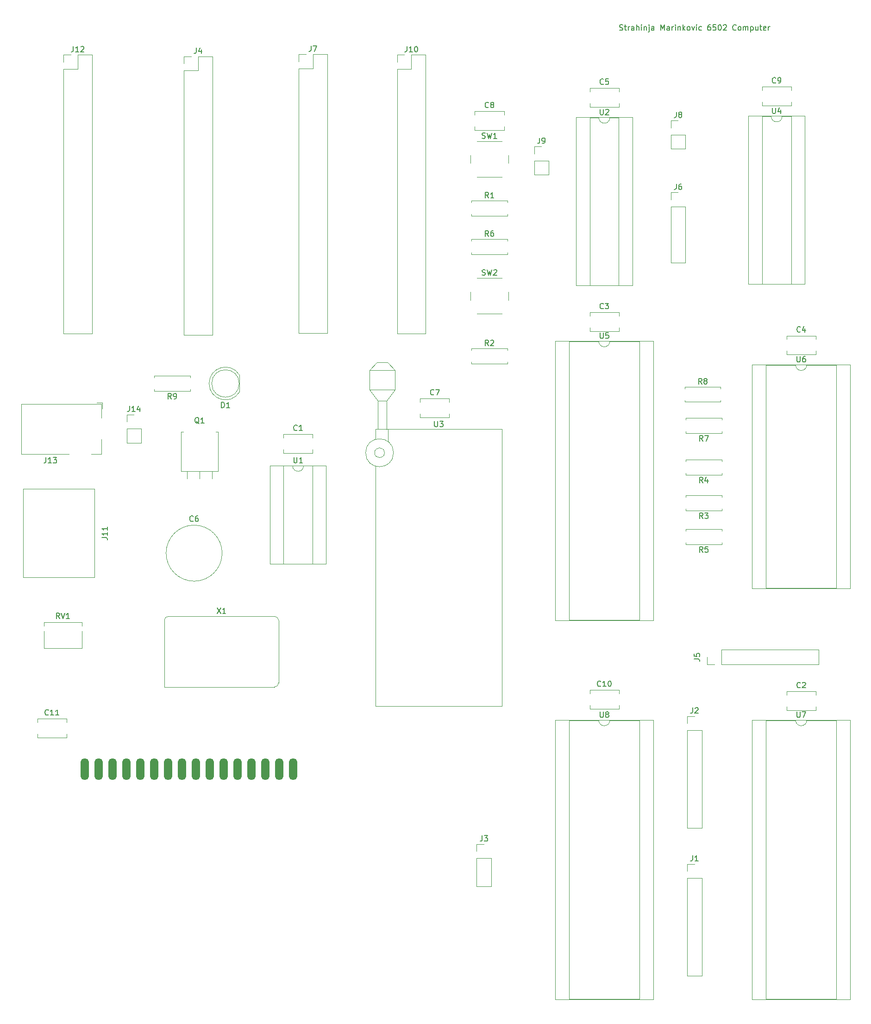
<source format=gbr>
%TF.GenerationSoftware,KiCad,Pcbnew,(6.0.7)*%
%TF.CreationDate,2022-08-24T10:03:48-05:00*%
%TF.ProjectId,6502,36353032-2e6b-4696-9361-645f70636258,rev?*%
%TF.SameCoordinates,Original*%
%TF.FileFunction,Legend,Top*%
%TF.FilePolarity,Positive*%
%FSLAX46Y46*%
G04 Gerber Fmt 4.6, Leading zero omitted, Abs format (unit mm)*
G04 Created by KiCad (PCBNEW (6.0.7)) date 2022-08-24 10:03:48*
%MOMM*%
%LPD*%
G01*
G04 APERTURE LIST*
%ADD10C,0.150000*%
%ADD11C,0.120000*%
%ADD12C,0.100000*%
%ADD13O,1.501140X4.000500*%
G04 APERTURE END LIST*
D10*
X238809523Y-74404761D02*
X238952380Y-74452380D01*
X239190476Y-74452380D01*
X239285714Y-74404761D01*
X239333333Y-74357142D01*
X239380952Y-74261904D01*
X239380952Y-74166666D01*
X239333333Y-74071428D01*
X239285714Y-74023809D01*
X239190476Y-73976190D01*
X239000000Y-73928571D01*
X238904761Y-73880952D01*
X238857142Y-73833333D01*
X238809523Y-73738095D01*
X238809523Y-73642857D01*
X238857142Y-73547619D01*
X238904761Y-73500000D01*
X239000000Y-73452380D01*
X239238095Y-73452380D01*
X239380952Y-73500000D01*
X239666666Y-73785714D02*
X240047619Y-73785714D01*
X239809523Y-73452380D02*
X239809523Y-74309523D01*
X239857142Y-74404761D01*
X239952380Y-74452380D01*
X240047619Y-74452380D01*
X240380952Y-74452380D02*
X240380952Y-73785714D01*
X240380952Y-73976190D02*
X240428571Y-73880952D01*
X240476190Y-73833333D01*
X240571428Y-73785714D01*
X240666666Y-73785714D01*
X241428571Y-74452380D02*
X241428571Y-73928571D01*
X241380952Y-73833333D01*
X241285714Y-73785714D01*
X241095238Y-73785714D01*
X241000000Y-73833333D01*
X241428571Y-74404761D02*
X241333333Y-74452380D01*
X241095238Y-74452380D01*
X241000000Y-74404761D01*
X240952380Y-74309523D01*
X240952380Y-74214285D01*
X241000000Y-74119047D01*
X241095238Y-74071428D01*
X241333333Y-74071428D01*
X241428571Y-74023809D01*
X241904761Y-74452380D02*
X241904761Y-73452380D01*
X242333333Y-74452380D02*
X242333333Y-73928571D01*
X242285714Y-73833333D01*
X242190476Y-73785714D01*
X242047619Y-73785714D01*
X241952380Y-73833333D01*
X241904761Y-73880952D01*
X242809523Y-74452380D02*
X242809523Y-73785714D01*
X242809523Y-73452380D02*
X242761904Y-73500000D01*
X242809523Y-73547619D01*
X242857142Y-73500000D01*
X242809523Y-73452380D01*
X242809523Y-73547619D01*
X243285714Y-73785714D02*
X243285714Y-74452380D01*
X243285714Y-73880952D02*
X243333333Y-73833333D01*
X243428571Y-73785714D01*
X243571428Y-73785714D01*
X243666666Y-73833333D01*
X243714285Y-73928571D01*
X243714285Y-74452380D01*
X244190476Y-73785714D02*
X244190476Y-74642857D01*
X244142857Y-74738095D01*
X244047619Y-74785714D01*
X244000000Y-74785714D01*
X244190476Y-73452380D02*
X244142857Y-73500000D01*
X244190476Y-73547619D01*
X244238095Y-73500000D01*
X244190476Y-73452380D01*
X244190476Y-73547619D01*
X245095238Y-74452380D02*
X245095238Y-73928571D01*
X245047619Y-73833333D01*
X244952380Y-73785714D01*
X244761904Y-73785714D01*
X244666666Y-73833333D01*
X245095238Y-74404761D02*
X245000000Y-74452380D01*
X244761904Y-74452380D01*
X244666666Y-74404761D01*
X244619047Y-74309523D01*
X244619047Y-74214285D01*
X244666666Y-74119047D01*
X244761904Y-74071428D01*
X245000000Y-74071428D01*
X245095238Y-74023809D01*
X246333333Y-74452380D02*
X246333333Y-73452380D01*
X246666666Y-74166666D01*
X247000000Y-73452380D01*
X247000000Y-74452380D01*
X247904761Y-74452380D02*
X247904761Y-73928571D01*
X247857142Y-73833333D01*
X247761904Y-73785714D01*
X247571428Y-73785714D01*
X247476190Y-73833333D01*
X247904761Y-74404761D02*
X247809523Y-74452380D01*
X247571428Y-74452380D01*
X247476190Y-74404761D01*
X247428571Y-74309523D01*
X247428571Y-74214285D01*
X247476190Y-74119047D01*
X247571428Y-74071428D01*
X247809523Y-74071428D01*
X247904761Y-74023809D01*
X248380952Y-74452380D02*
X248380952Y-73785714D01*
X248380952Y-73976190D02*
X248428571Y-73880952D01*
X248476190Y-73833333D01*
X248571428Y-73785714D01*
X248666666Y-73785714D01*
X249000000Y-74452380D02*
X249000000Y-73785714D01*
X249000000Y-73452380D02*
X248952380Y-73500000D01*
X249000000Y-73547619D01*
X249047619Y-73500000D01*
X249000000Y-73452380D01*
X249000000Y-73547619D01*
X249476190Y-73785714D02*
X249476190Y-74452380D01*
X249476190Y-73880952D02*
X249523809Y-73833333D01*
X249619047Y-73785714D01*
X249761904Y-73785714D01*
X249857142Y-73833333D01*
X249904761Y-73928571D01*
X249904761Y-74452380D01*
X250380952Y-74452380D02*
X250380952Y-73452380D01*
X250476190Y-74071428D02*
X250761904Y-74452380D01*
X250761904Y-73785714D02*
X250380952Y-74166666D01*
X251333333Y-74452380D02*
X251238095Y-74404761D01*
X251190476Y-74357142D01*
X251142857Y-74261904D01*
X251142857Y-73976190D01*
X251190476Y-73880952D01*
X251238095Y-73833333D01*
X251333333Y-73785714D01*
X251476190Y-73785714D01*
X251571428Y-73833333D01*
X251619047Y-73880952D01*
X251666666Y-73976190D01*
X251666666Y-74261904D01*
X251619047Y-74357142D01*
X251571428Y-74404761D01*
X251476190Y-74452380D01*
X251333333Y-74452380D01*
X252000000Y-73785714D02*
X252238095Y-74452380D01*
X252476190Y-73785714D01*
X252857142Y-74452380D02*
X252857142Y-73785714D01*
X252857142Y-73452380D02*
X252809523Y-73500000D01*
X252857142Y-73547619D01*
X252904761Y-73500000D01*
X252857142Y-73452380D01*
X252857142Y-73547619D01*
X253761904Y-74404761D02*
X253666666Y-74452380D01*
X253476190Y-74452380D01*
X253380952Y-74404761D01*
X253333333Y-74357142D01*
X253285714Y-74261904D01*
X253285714Y-73976190D01*
X253333333Y-73880952D01*
X253380952Y-73833333D01*
X253476190Y-73785714D01*
X253666666Y-73785714D01*
X253761904Y-73833333D01*
X255380952Y-73452380D02*
X255190476Y-73452380D01*
X255095238Y-73500000D01*
X255047619Y-73547619D01*
X254952380Y-73690476D01*
X254904761Y-73880952D01*
X254904761Y-74261904D01*
X254952380Y-74357142D01*
X255000000Y-74404761D01*
X255095238Y-74452380D01*
X255285714Y-74452380D01*
X255380952Y-74404761D01*
X255428571Y-74357142D01*
X255476190Y-74261904D01*
X255476190Y-74023809D01*
X255428571Y-73928571D01*
X255380952Y-73880952D01*
X255285714Y-73833333D01*
X255095238Y-73833333D01*
X255000000Y-73880952D01*
X254952380Y-73928571D01*
X254904761Y-74023809D01*
X256380952Y-73452380D02*
X255904761Y-73452380D01*
X255857142Y-73928571D01*
X255904761Y-73880952D01*
X256000000Y-73833333D01*
X256238095Y-73833333D01*
X256333333Y-73880952D01*
X256380952Y-73928571D01*
X256428571Y-74023809D01*
X256428571Y-74261904D01*
X256380952Y-74357142D01*
X256333333Y-74404761D01*
X256238095Y-74452380D01*
X256000000Y-74452380D01*
X255904761Y-74404761D01*
X255857142Y-74357142D01*
X257047619Y-73452380D02*
X257142857Y-73452380D01*
X257238095Y-73500000D01*
X257285714Y-73547619D01*
X257333333Y-73642857D01*
X257380952Y-73833333D01*
X257380952Y-74071428D01*
X257333333Y-74261904D01*
X257285714Y-74357142D01*
X257238095Y-74404761D01*
X257142857Y-74452380D01*
X257047619Y-74452380D01*
X256952380Y-74404761D01*
X256904761Y-74357142D01*
X256857142Y-74261904D01*
X256809523Y-74071428D01*
X256809523Y-73833333D01*
X256857142Y-73642857D01*
X256904761Y-73547619D01*
X256952380Y-73500000D01*
X257047619Y-73452380D01*
X257761904Y-73547619D02*
X257809523Y-73500000D01*
X257904761Y-73452380D01*
X258142857Y-73452380D01*
X258238095Y-73500000D01*
X258285714Y-73547619D01*
X258333333Y-73642857D01*
X258333333Y-73738095D01*
X258285714Y-73880952D01*
X257714285Y-74452380D01*
X258333333Y-74452380D01*
X260095238Y-74357142D02*
X260047619Y-74404761D01*
X259904761Y-74452380D01*
X259809523Y-74452380D01*
X259666666Y-74404761D01*
X259571428Y-74309523D01*
X259523809Y-74214285D01*
X259476190Y-74023809D01*
X259476190Y-73880952D01*
X259523809Y-73690476D01*
X259571428Y-73595238D01*
X259666666Y-73500000D01*
X259809523Y-73452380D01*
X259904761Y-73452380D01*
X260047619Y-73500000D01*
X260095238Y-73547619D01*
X260666666Y-74452380D02*
X260571428Y-74404761D01*
X260523809Y-74357142D01*
X260476190Y-74261904D01*
X260476190Y-73976190D01*
X260523809Y-73880952D01*
X260571428Y-73833333D01*
X260666666Y-73785714D01*
X260809523Y-73785714D01*
X260904761Y-73833333D01*
X260952380Y-73880952D01*
X261000000Y-73976190D01*
X261000000Y-74261904D01*
X260952380Y-74357142D01*
X260904761Y-74404761D01*
X260809523Y-74452380D01*
X260666666Y-74452380D01*
X261428571Y-74452380D02*
X261428571Y-73785714D01*
X261428571Y-73880952D02*
X261476190Y-73833333D01*
X261571428Y-73785714D01*
X261714285Y-73785714D01*
X261809523Y-73833333D01*
X261857142Y-73928571D01*
X261857142Y-74452380D01*
X261857142Y-73928571D02*
X261904761Y-73833333D01*
X262000000Y-73785714D01*
X262142857Y-73785714D01*
X262238095Y-73833333D01*
X262285714Y-73928571D01*
X262285714Y-74452380D01*
X262761904Y-73785714D02*
X262761904Y-74785714D01*
X262761904Y-73833333D02*
X262857142Y-73785714D01*
X263047619Y-73785714D01*
X263142857Y-73833333D01*
X263190476Y-73880952D01*
X263238095Y-73976190D01*
X263238095Y-74261904D01*
X263190476Y-74357142D01*
X263142857Y-74404761D01*
X263047619Y-74452380D01*
X262857142Y-74452380D01*
X262761904Y-74404761D01*
X264095238Y-73785714D02*
X264095238Y-74452380D01*
X263666666Y-73785714D02*
X263666666Y-74309523D01*
X263714285Y-74404761D01*
X263809523Y-74452380D01*
X263952380Y-74452380D01*
X264047619Y-74404761D01*
X264095238Y-74357142D01*
X264428571Y-73785714D02*
X264809523Y-73785714D01*
X264571428Y-73452380D02*
X264571428Y-74309523D01*
X264619047Y-74404761D01*
X264714285Y-74452380D01*
X264809523Y-74452380D01*
X265523809Y-74404761D02*
X265428571Y-74452380D01*
X265238095Y-74452380D01*
X265142857Y-74404761D01*
X265095238Y-74309523D01*
X265095238Y-73928571D01*
X265142857Y-73833333D01*
X265238095Y-73785714D01*
X265428571Y-73785714D01*
X265523809Y-73833333D01*
X265571428Y-73928571D01*
X265571428Y-74023809D01*
X265095238Y-74119047D01*
X265999999Y-74452380D02*
X265999999Y-73785714D01*
X265999999Y-73976190D02*
X266047619Y-73880952D01*
X266095238Y-73833333D01*
X266190476Y-73785714D01*
X266285714Y-73785714D01*
%TO.C,J3*%
X213666666Y-221622380D02*
X213666666Y-222336666D01*
X213619047Y-222479523D01*
X213523809Y-222574761D01*
X213380952Y-222622380D01*
X213285714Y-222622380D01*
X214047619Y-221622380D02*
X214666666Y-221622380D01*
X214333333Y-222003333D01*
X214476190Y-222003333D01*
X214571428Y-222050952D01*
X214619047Y-222098571D01*
X214666666Y-222193809D01*
X214666666Y-222431904D01*
X214619047Y-222527142D01*
X214571428Y-222574761D01*
X214476190Y-222622380D01*
X214190476Y-222622380D01*
X214095238Y-222574761D01*
X214047619Y-222527142D01*
%TO.C,C6*%
X160833333Y-164107142D02*
X160785714Y-164154761D01*
X160642857Y-164202380D01*
X160547619Y-164202380D01*
X160404761Y-164154761D01*
X160309523Y-164059523D01*
X160261904Y-163964285D01*
X160214285Y-163773809D01*
X160214285Y-163630952D01*
X160261904Y-163440476D01*
X160309523Y-163345238D01*
X160404761Y-163250000D01*
X160547619Y-163202380D01*
X160642857Y-163202380D01*
X160785714Y-163250000D01*
X160833333Y-163297619D01*
X161690476Y-163202380D02*
X161500000Y-163202380D01*
X161404761Y-163250000D01*
X161357142Y-163297619D01*
X161261904Y-163440476D01*
X161214285Y-163630952D01*
X161214285Y-164011904D01*
X161261904Y-164107142D01*
X161309523Y-164154761D01*
X161404761Y-164202380D01*
X161595238Y-164202380D01*
X161690476Y-164154761D01*
X161738095Y-164107142D01*
X161785714Y-164011904D01*
X161785714Y-163773809D01*
X161738095Y-163678571D01*
X161690476Y-163630952D01*
X161595238Y-163583333D01*
X161404761Y-163583333D01*
X161309523Y-163630952D01*
X161261904Y-163678571D01*
X161214285Y-163773809D01*
%TO.C,U5*%
X235233095Y-129747380D02*
X235233095Y-130556904D01*
X235280714Y-130652142D01*
X235328333Y-130699761D01*
X235423571Y-130747380D01*
X235614047Y-130747380D01*
X235709285Y-130699761D01*
X235756904Y-130652142D01*
X235804523Y-130556904D01*
X235804523Y-129747380D01*
X236756904Y-129747380D02*
X236280714Y-129747380D01*
X236233095Y-130223571D01*
X236280714Y-130175952D01*
X236375952Y-130128333D01*
X236614047Y-130128333D01*
X236709285Y-130175952D01*
X236756904Y-130223571D01*
X236804523Y-130318809D01*
X236804523Y-130556904D01*
X236756904Y-130652142D01*
X236709285Y-130699761D01*
X236614047Y-130747380D01*
X236375952Y-130747380D01*
X236280714Y-130699761D01*
X236233095Y-130652142D01*
%TO.C,C5*%
X235833333Y-84257142D02*
X235785714Y-84304761D01*
X235642857Y-84352380D01*
X235547619Y-84352380D01*
X235404761Y-84304761D01*
X235309523Y-84209523D01*
X235261904Y-84114285D01*
X235214285Y-83923809D01*
X235214285Y-83780952D01*
X235261904Y-83590476D01*
X235309523Y-83495238D01*
X235404761Y-83400000D01*
X235547619Y-83352380D01*
X235642857Y-83352380D01*
X235785714Y-83400000D01*
X235833333Y-83447619D01*
X236738095Y-83352380D02*
X236261904Y-83352380D01*
X236214285Y-83828571D01*
X236261904Y-83780952D01*
X236357142Y-83733333D01*
X236595238Y-83733333D01*
X236690476Y-83780952D01*
X236738095Y-83828571D01*
X236785714Y-83923809D01*
X236785714Y-84161904D01*
X236738095Y-84257142D01*
X236690476Y-84304761D01*
X236595238Y-84352380D01*
X236357142Y-84352380D01*
X236261904Y-84304761D01*
X236214285Y-84257142D01*
%TO.C,U2*%
X235248095Y-88897380D02*
X235248095Y-89706904D01*
X235295714Y-89802142D01*
X235343333Y-89849761D01*
X235438571Y-89897380D01*
X235629047Y-89897380D01*
X235724285Y-89849761D01*
X235771904Y-89802142D01*
X235819523Y-89706904D01*
X235819523Y-88897380D01*
X236248095Y-88992619D02*
X236295714Y-88945000D01*
X236390952Y-88897380D01*
X236629047Y-88897380D01*
X236724285Y-88945000D01*
X236771904Y-88992619D01*
X236819523Y-89087857D01*
X236819523Y-89183095D01*
X236771904Y-89325952D01*
X236200476Y-89897380D01*
X236819523Y-89897380D01*
%TO.C,R7*%
X254023333Y-149502380D02*
X253690000Y-149026190D01*
X253451904Y-149502380D02*
X253451904Y-148502380D01*
X253832857Y-148502380D01*
X253928095Y-148550000D01*
X253975714Y-148597619D01*
X254023333Y-148692857D01*
X254023333Y-148835714D01*
X253975714Y-148930952D01*
X253928095Y-148978571D01*
X253832857Y-149026190D01*
X253451904Y-149026190D01*
X254356666Y-148502380D02*
X255023333Y-148502380D01*
X254594761Y-149502380D01*
%TO.C,R8*%
X253833333Y-139082380D02*
X253500000Y-138606190D01*
X253261904Y-139082380D02*
X253261904Y-138082380D01*
X253642857Y-138082380D01*
X253738095Y-138130000D01*
X253785714Y-138177619D01*
X253833333Y-138272857D01*
X253833333Y-138415714D01*
X253785714Y-138510952D01*
X253738095Y-138558571D01*
X253642857Y-138606190D01*
X253261904Y-138606190D01*
X254404761Y-138510952D02*
X254309523Y-138463333D01*
X254261904Y-138415714D01*
X254214285Y-138320476D01*
X254214285Y-138272857D01*
X254261904Y-138177619D01*
X254309523Y-138130000D01*
X254404761Y-138082380D01*
X254595238Y-138082380D01*
X254690476Y-138130000D01*
X254738095Y-138177619D01*
X254785714Y-138272857D01*
X254785714Y-138320476D01*
X254738095Y-138415714D01*
X254690476Y-138463333D01*
X254595238Y-138510952D01*
X254404761Y-138510952D01*
X254309523Y-138558571D01*
X254261904Y-138606190D01*
X254214285Y-138701428D01*
X254214285Y-138891904D01*
X254261904Y-138987142D01*
X254309523Y-139034761D01*
X254404761Y-139082380D01*
X254595238Y-139082380D01*
X254690476Y-139034761D01*
X254738095Y-138987142D01*
X254785714Y-138891904D01*
X254785714Y-138701428D01*
X254738095Y-138606190D01*
X254690476Y-138558571D01*
X254595238Y-138510952D01*
%TO.C,R2*%
X214833333Y-132082380D02*
X214500000Y-131606190D01*
X214261904Y-132082380D02*
X214261904Y-131082380D01*
X214642857Y-131082380D01*
X214738095Y-131130000D01*
X214785714Y-131177619D01*
X214833333Y-131272857D01*
X214833333Y-131415714D01*
X214785714Y-131510952D01*
X214738095Y-131558571D01*
X214642857Y-131606190D01*
X214261904Y-131606190D01*
X215214285Y-131177619D02*
X215261904Y-131130000D01*
X215357142Y-131082380D01*
X215595238Y-131082380D01*
X215690476Y-131130000D01*
X215738095Y-131177619D01*
X215785714Y-131272857D01*
X215785714Y-131368095D01*
X215738095Y-131510952D01*
X215166666Y-132082380D01*
X215785714Y-132082380D01*
%TO.C,J11*%
X144162380Y-167179523D02*
X144876666Y-167179523D01*
X145019523Y-167227142D01*
X145114761Y-167322380D01*
X145162380Y-167465238D01*
X145162380Y-167560476D01*
X145162380Y-166179523D02*
X145162380Y-166750952D01*
X145162380Y-166465238D02*
X144162380Y-166465238D01*
X144305238Y-166560476D01*
X144400476Y-166655714D01*
X144448095Y-166750952D01*
X145162380Y-165227142D02*
X145162380Y-165798571D01*
X145162380Y-165512857D02*
X144162380Y-165512857D01*
X144305238Y-165608095D01*
X144400476Y-165703333D01*
X144448095Y-165798571D01*
%TO.C,C10*%
X235357142Y-194257142D02*
X235309523Y-194304761D01*
X235166666Y-194352380D01*
X235071428Y-194352380D01*
X234928571Y-194304761D01*
X234833333Y-194209523D01*
X234785714Y-194114285D01*
X234738095Y-193923809D01*
X234738095Y-193780952D01*
X234785714Y-193590476D01*
X234833333Y-193495238D01*
X234928571Y-193400000D01*
X235071428Y-193352380D01*
X235166666Y-193352380D01*
X235309523Y-193400000D01*
X235357142Y-193447619D01*
X236309523Y-194352380D02*
X235738095Y-194352380D01*
X236023809Y-194352380D02*
X236023809Y-193352380D01*
X235928571Y-193495238D01*
X235833333Y-193590476D01*
X235738095Y-193638095D01*
X236928571Y-193352380D02*
X237023809Y-193352380D01*
X237119047Y-193400000D01*
X237166666Y-193447619D01*
X237214285Y-193542857D01*
X237261904Y-193733333D01*
X237261904Y-193971428D01*
X237214285Y-194161904D01*
X237166666Y-194257142D01*
X237119047Y-194304761D01*
X237023809Y-194352380D01*
X236928571Y-194352380D01*
X236833333Y-194304761D01*
X236785714Y-194257142D01*
X236738095Y-194161904D01*
X236690476Y-193971428D01*
X236690476Y-193733333D01*
X236738095Y-193542857D01*
X236785714Y-193447619D01*
X236833333Y-193400000D01*
X236928571Y-193352380D01*
%TO.C,X1*%
X165190476Y-180002380D02*
X165857142Y-181002380D01*
X165857142Y-180002380D02*
X165190476Y-181002380D01*
X166761904Y-181002380D02*
X166190476Y-181002380D01*
X166476190Y-181002380D02*
X166476190Y-180002380D01*
X166380952Y-180145238D01*
X166285714Y-180240476D01*
X166190476Y-180288095D01*
%TO.C,J12*%
X138920476Y-77402380D02*
X138920476Y-78116666D01*
X138872857Y-78259523D01*
X138777619Y-78354761D01*
X138634761Y-78402380D01*
X138539523Y-78402380D01*
X139920476Y-78402380D02*
X139349047Y-78402380D01*
X139634761Y-78402380D02*
X139634761Y-77402380D01*
X139539523Y-77545238D01*
X139444285Y-77640476D01*
X139349047Y-77688095D01*
X140301428Y-77497619D02*
X140349047Y-77450000D01*
X140444285Y-77402380D01*
X140682380Y-77402380D01*
X140777619Y-77450000D01*
X140825238Y-77497619D01*
X140872857Y-77592857D01*
X140872857Y-77688095D01*
X140825238Y-77830952D01*
X140253809Y-78402380D01*
X140872857Y-78402380D01*
%TO.C,J10*%
X199920476Y-77402380D02*
X199920476Y-78116666D01*
X199872857Y-78259523D01*
X199777619Y-78354761D01*
X199634761Y-78402380D01*
X199539523Y-78402380D01*
X200920476Y-78402380D02*
X200349047Y-78402380D01*
X200634761Y-78402380D02*
X200634761Y-77402380D01*
X200539523Y-77545238D01*
X200444285Y-77640476D01*
X200349047Y-77688095D01*
X201539523Y-77402380D02*
X201634761Y-77402380D01*
X201730000Y-77450000D01*
X201777619Y-77497619D01*
X201825238Y-77592857D01*
X201872857Y-77783333D01*
X201872857Y-78021428D01*
X201825238Y-78211904D01*
X201777619Y-78307142D01*
X201730000Y-78354761D01*
X201634761Y-78402380D01*
X201539523Y-78402380D01*
X201444285Y-78354761D01*
X201396666Y-78307142D01*
X201349047Y-78211904D01*
X201301428Y-78021428D01*
X201301428Y-77783333D01*
X201349047Y-77592857D01*
X201396666Y-77497619D01*
X201444285Y-77450000D01*
X201539523Y-77402380D01*
%TO.C,C8*%
X214833333Y-88507142D02*
X214785714Y-88554761D01*
X214642857Y-88602380D01*
X214547619Y-88602380D01*
X214404761Y-88554761D01*
X214309523Y-88459523D01*
X214261904Y-88364285D01*
X214214285Y-88173809D01*
X214214285Y-88030952D01*
X214261904Y-87840476D01*
X214309523Y-87745238D01*
X214404761Y-87650000D01*
X214547619Y-87602380D01*
X214642857Y-87602380D01*
X214785714Y-87650000D01*
X214833333Y-87697619D01*
X215404761Y-88030952D02*
X215309523Y-87983333D01*
X215261904Y-87935714D01*
X215214285Y-87840476D01*
X215214285Y-87792857D01*
X215261904Y-87697619D01*
X215309523Y-87650000D01*
X215404761Y-87602380D01*
X215595238Y-87602380D01*
X215690476Y-87650000D01*
X215738095Y-87697619D01*
X215785714Y-87792857D01*
X215785714Y-87840476D01*
X215738095Y-87935714D01*
X215690476Y-87983333D01*
X215595238Y-88030952D01*
X215404761Y-88030952D01*
X215309523Y-88078571D01*
X215261904Y-88126190D01*
X215214285Y-88221428D01*
X215214285Y-88411904D01*
X215261904Y-88507142D01*
X215309523Y-88554761D01*
X215404761Y-88602380D01*
X215595238Y-88602380D01*
X215690476Y-88554761D01*
X215738095Y-88507142D01*
X215785714Y-88411904D01*
X215785714Y-88221428D01*
X215738095Y-88126190D01*
X215690476Y-88078571D01*
X215595238Y-88030952D01*
%TO.C,R6*%
X214833333Y-112082380D02*
X214500000Y-111606190D01*
X214261904Y-112082380D02*
X214261904Y-111082380D01*
X214642857Y-111082380D01*
X214738095Y-111130000D01*
X214785714Y-111177619D01*
X214833333Y-111272857D01*
X214833333Y-111415714D01*
X214785714Y-111510952D01*
X214738095Y-111558571D01*
X214642857Y-111606190D01*
X214261904Y-111606190D01*
X215690476Y-111082380D02*
X215500000Y-111082380D01*
X215404761Y-111130000D01*
X215357142Y-111177619D01*
X215261904Y-111320476D01*
X215214285Y-111510952D01*
X215214285Y-111891904D01*
X215261904Y-111987142D01*
X215309523Y-112034761D01*
X215404761Y-112082380D01*
X215595238Y-112082380D01*
X215690476Y-112034761D01*
X215738095Y-111987142D01*
X215785714Y-111891904D01*
X215785714Y-111653809D01*
X215738095Y-111558571D01*
X215690476Y-111510952D01*
X215595238Y-111463333D01*
X215404761Y-111463333D01*
X215309523Y-111510952D01*
X215261904Y-111558571D01*
X215214285Y-111653809D01*
%TO.C,J14*%
X149190476Y-143122380D02*
X149190476Y-143836666D01*
X149142857Y-143979523D01*
X149047619Y-144074761D01*
X148904761Y-144122380D01*
X148809523Y-144122380D01*
X150190476Y-144122380D02*
X149619047Y-144122380D01*
X149904761Y-144122380D02*
X149904761Y-143122380D01*
X149809523Y-143265238D01*
X149714285Y-143360476D01*
X149619047Y-143408095D01*
X151047619Y-143455714D02*
X151047619Y-144122380D01*
X150809523Y-143074761D02*
X150571428Y-143789047D01*
X151190476Y-143789047D01*
%TO.C,U4*%
X266748095Y-88647380D02*
X266748095Y-89456904D01*
X266795714Y-89552142D01*
X266843333Y-89599761D01*
X266938571Y-89647380D01*
X267129047Y-89647380D01*
X267224285Y-89599761D01*
X267271904Y-89552142D01*
X267319523Y-89456904D01*
X267319523Y-88647380D01*
X268224285Y-88980714D02*
X268224285Y-89647380D01*
X267986190Y-88599761D02*
X267748095Y-89314047D01*
X268367142Y-89314047D01*
%TO.C,C9*%
X267333333Y-84007142D02*
X267285714Y-84054761D01*
X267142857Y-84102380D01*
X267047619Y-84102380D01*
X266904761Y-84054761D01*
X266809523Y-83959523D01*
X266761904Y-83864285D01*
X266714285Y-83673809D01*
X266714285Y-83530952D01*
X266761904Y-83340476D01*
X266809523Y-83245238D01*
X266904761Y-83150000D01*
X267047619Y-83102380D01*
X267142857Y-83102380D01*
X267285714Y-83150000D01*
X267333333Y-83197619D01*
X267809523Y-84102380D02*
X268000000Y-84102380D01*
X268095238Y-84054761D01*
X268142857Y-84007142D01*
X268238095Y-83864285D01*
X268285714Y-83673809D01*
X268285714Y-83292857D01*
X268238095Y-83197619D01*
X268190476Y-83150000D01*
X268095238Y-83102380D01*
X267904761Y-83102380D01*
X267809523Y-83150000D01*
X267761904Y-83197619D01*
X267714285Y-83292857D01*
X267714285Y-83530952D01*
X267761904Y-83626190D01*
X267809523Y-83673809D01*
X267904761Y-83721428D01*
X268095238Y-83721428D01*
X268190476Y-83673809D01*
X268238095Y-83626190D01*
X268285714Y-83530952D01*
%TO.C,J8*%
X249166666Y-89397380D02*
X249166666Y-90111666D01*
X249119047Y-90254523D01*
X249023809Y-90349761D01*
X248880952Y-90397380D01*
X248785714Y-90397380D01*
X249785714Y-89825952D02*
X249690476Y-89778333D01*
X249642857Y-89730714D01*
X249595238Y-89635476D01*
X249595238Y-89587857D01*
X249642857Y-89492619D01*
X249690476Y-89445000D01*
X249785714Y-89397380D01*
X249976190Y-89397380D01*
X250071428Y-89445000D01*
X250119047Y-89492619D01*
X250166666Y-89587857D01*
X250166666Y-89635476D01*
X250119047Y-89730714D01*
X250071428Y-89778333D01*
X249976190Y-89825952D01*
X249785714Y-89825952D01*
X249690476Y-89873571D01*
X249642857Y-89921190D01*
X249595238Y-90016428D01*
X249595238Y-90206904D01*
X249642857Y-90302142D01*
X249690476Y-90349761D01*
X249785714Y-90397380D01*
X249976190Y-90397380D01*
X250071428Y-90349761D01*
X250119047Y-90302142D01*
X250166666Y-90206904D01*
X250166666Y-90016428D01*
X250119047Y-89921190D01*
X250071428Y-89873571D01*
X249976190Y-89825952D01*
%TO.C,U1*%
X179248095Y-152497380D02*
X179248095Y-153306904D01*
X179295714Y-153402142D01*
X179343333Y-153449761D01*
X179438571Y-153497380D01*
X179629047Y-153497380D01*
X179724285Y-153449761D01*
X179771904Y-153402142D01*
X179819523Y-153306904D01*
X179819523Y-152497380D01*
X180819523Y-153497380D02*
X180248095Y-153497380D01*
X180533809Y-153497380D02*
X180533809Y-152497380D01*
X180438571Y-152640238D01*
X180343333Y-152735476D01*
X180248095Y-152783095D01*
%TO.C,C7*%
X204833333Y-141007142D02*
X204785714Y-141054761D01*
X204642857Y-141102380D01*
X204547619Y-141102380D01*
X204404761Y-141054761D01*
X204309523Y-140959523D01*
X204261904Y-140864285D01*
X204214285Y-140673809D01*
X204214285Y-140530952D01*
X204261904Y-140340476D01*
X204309523Y-140245238D01*
X204404761Y-140150000D01*
X204547619Y-140102380D01*
X204642857Y-140102380D01*
X204785714Y-140150000D01*
X204833333Y-140197619D01*
X205166666Y-140102380D02*
X205833333Y-140102380D01*
X205404761Y-141102380D01*
%TO.C,RV1*%
X136389761Y-181957380D02*
X136056428Y-181481190D01*
X135818333Y-181957380D02*
X135818333Y-180957380D01*
X136199285Y-180957380D01*
X136294523Y-181005000D01*
X136342142Y-181052619D01*
X136389761Y-181147857D01*
X136389761Y-181290714D01*
X136342142Y-181385952D01*
X136294523Y-181433571D01*
X136199285Y-181481190D01*
X135818333Y-181481190D01*
X136675476Y-180957380D02*
X137008809Y-181957380D01*
X137342142Y-180957380D01*
X138199285Y-181957380D02*
X137627857Y-181957380D01*
X137913571Y-181957380D02*
X137913571Y-180957380D01*
X137818333Y-181100238D01*
X137723095Y-181195476D01*
X137627857Y-181243095D01*
%TO.C,R9*%
X156833333Y-141822380D02*
X156500000Y-141346190D01*
X156261904Y-141822380D02*
X156261904Y-140822380D01*
X156642857Y-140822380D01*
X156738095Y-140870000D01*
X156785714Y-140917619D01*
X156833333Y-141012857D01*
X156833333Y-141155714D01*
X156785714Y-141250952D01*
X156738095Y-141298571D01*
X156642857Y-141346190D01*
X156261904Y-141346190D01*
X157309523Y-141822380D02*
X157500000Y-141822380D01*
X157595238Y-141774761D01*
X157642857Y-141727142D01*
X157738095Y-141584285D01*
X157785714Y-141393809D01*
X157785714Y-141012857D01*
X157738095Y-140917619D01*
X157690476Y-140870000D01*
X157595238Y-140822380D01*
X157404761Y-140822380D01*
X157309523Y-140870000D01*
X157261904Y-140917619D01*
X157214285Y-141012857D01*
X157214285Y-141250952D01*
X157261904Y-141346190D01*
X157309523Y-141393809D01*
X157404761Y-141441428D01*
X157595238Y-141441428D01*
X157690476Y-141393809D01*
X157738095Y-141346190D01*
X157785714Y-141250952D01*
%TO.C,J9*%
X224166666Y-94122380D02*
X224166666Y-94836666D01*
X224119047Y-94979523D01*
X224023809Y-95074761D01*
X223880952Y-95122380D01*
X223785714Y-95122380D01*
X224690476Y-95122380D02*
X224880952Y-95122380D01*
X224976190Y-95074761D01*
X225023809Y-95027142D01*
X225119047Y-94884285D01*
X225166666Y-94693809D01*
X225166666Y-94312857D01*
X225119047Y-94217619D01*
X225071428Y-94170000D01*
X224976190Y-94122380D01*
X224785714Y-94122380D01*
X224690476Y-94170000D01*
X224642857Y-94217619D01*
X224595238Y-94312857D01*
X224595238Y-94550952D01*
X224642857Y-94646190D01*
X224690476Y-94693809D01*
X224785714Y-94741428D01*
X224976190Y-94741428D01*
X225071428Y-94693809D01*
X225119047Y-94646190D01*
X225166666Y-94550952D01*
%TO.C,C4*%
X271833333Y-129507142D02*
X271785714Y-129554761D01*
X271642857Y-129602380D01*
X271547619Y-129602380D01*
X271404761Y-129554761D01*
X271309523Y-129459523D01*
X271261904Y-129364285D01*
X271214285Y-129173809D01*
X271214285Y-129030952D01*
X271261904Y-128840476D01*
X271309523Y-128745238D01*
X271404761Y-128650000D01*
X271547619Y-128602380D01*
X271642857Y-128602380D01*
X271785714Y-128650000D01*
X271833333Y-128697619D01*
X272690476Y-128935714D02*
X272690476Y-129602380D01*
X272452380Y-128554761D02*
X272214285Y-129269047D01*
X272833333Y-129269047D01*
%TO.C,J2*%
X252166666Y-198247380D02*
X252166666Y-198961666D01*
X252119047Y-199104523D01*
X252023809Y-199199761D01*
X251880952Y-199247380D01*
X251785714Y-199247380D01*
X252595238Y-198342619D02*
X252642857Y-198295000D01*
X252738095Y-198247380D01*
X252976190Y-198247380D01*
X253071428Y-198295000D01*
X253119047Y-198342619D01*
X253166666Y-198437857D01*
X253166666Y-198533095D01*
X253119047Y-198675952D01*
X252547619Y-199247380D01*
X253166666Y-199247380D01*
%TO.C,J5*%
X252452380Y-189333333D02*
X253166666Y-189333333D01*
X253309523Y-189380952D01*
X253404761Y-189476190D01*
X253452380Y-189619047D01*
X253452380Y-189714285D01*
X252452380Y-188380952D02*
X252452380Y-188857142D01*
X252928571Y-188904761D01*
X252880952Y-188857142D01*
X252833333Y-188761904D01*
X252833333Y-188523809D01*
X252880952Y-188428571D01*
X252928571Y-188380952D01*
X253023809Y-188333333D01*
X253261904Y-188333333D01*
X253357142Y-188380952D01*
X253404761Y-188428571D01*
X253452380Y-188523809D01*
X253452380Y-188761904D01*
X253404761Y-188857142D01*
X253357142Y-188904761D01*
%TO.C,U7*%
X271233095Y-198997380D02*
X271233095Y-199806904D01*
X271280714Y-199902142D01*
X271328333Y-199949761D01*
X271423571Y-199997380D01*
X271614047Y-199997380D01*
X271709285Y-199949761D01*
X271756904Y-199902142D01*
X271804523Y-199806904D01*
X271804523Y-198997380D01*
X272185476Y-198997380D02*
X272852142Y-198997380D01*
X272423571Y-199997380D01*
%TO.C,C2*%
X271833333Y-194507142D02*
X271785714Y-194554761D01*
X271642857Y-194602380D01*
X271547619Y-194602380D01*
X271404761Y-194554761D01*
X271309523Y-194459523D01*
X271261904Y-194364285D01*
X271214285Y-194173809D01*
X271214285Y-194030952D01*
X271261904Y-193840476D01*
X271309523Y-193745238D01*
X271404761Y-193650000D01*
X271547619Y-193602380D01*
X271642857Y-193602380D01*
X271785714Y-193650000D01*
X271833333Y-193697619D01*
X272214285Y-193697619D02*
X272261904Y-193650000D01*
X272357142Y-193602380D01*
X272595238Y-193602380D01*
X272690476Y-193650000D01*
X272738095Y-193697619D01*
X272785714Y-193792857D01*
X272785714Y-193888095D01*
X272738095Y-194030952D01*
X272166666Y-194602380D01*
X272785714Y-194602380D01*
%TO.C,J4*%
X161396666Y-77682380D02*
X161396666Y-78396666D01*
X161349047Y-78539523D01*
X161253809Y-78634761D01*
X161110952Y-78682380D01*
X161015714Y-78682380D01*
X162301428Y-78015714D02*
X162301428Y-78682380D01*
X162063333Y-77634761D02*
X161825238Y-78349047D01*
X162444285Y-78349047D01*
%TO.C,R4*%
X254023333Y-157122380D02*
X253690000Y-156646190D01*
X253451904Y-157122380D02*
X253451904Y-156122380D01*
X253832857Y-156122380D01*
X253928095Y-156170000D01*
X253975714Y-156217619D01*
X254023333Y-156312857D01*
X254023333Y-156455714D01*
X253975714Y-156550952D01*
X253928095Y-156598571D01*
X253832857Y-156646190D01*
X253451904Y-156646190D01*
X254880476Y-156455714D02*
X254880476Y-157122380D01*
X254642380Y-156074761D02*
X254404285Y-156789047D01*
X255023333Y-156789047D01*
%TO.C,J13*%
X133900476Y-152522380D02*
X133900476Y-153236666D01*
X133852857Y-153379523D01*
X133757619Y-153474761D01*
X133614761Y-153522380D01*
X133519523Y-153522380D01*
X134900476Y-153522380D02*
X134329047Y-153522380D01*
X134614761Y-153522380D02*
X134614761Y-152522380D01*
X134519523Y-152665238D01*
X134424285Y-152760476D01*
X134329047Y-152808095D01*
X135233809Y-152522380D02*
X135852857Y-152522380D01*
X135519523Y-152903333D01*
X135662380Y-152903333D01*
X135757619Y-152950952D01*
X135805238Y-152998571D01*
X135852857Y-153093809D01*
X135852857Y-153331904D01*
X135805238Y-153427142D01*
X135757619Y-153474761D01*
X135662380Y-153522380D01*
X135376666Y-153522380D01*
X135281428Y-153474761D01*
X135233809Y-153427142D01*
%TO.C,U3*%
X204965595Y-145902380D02*
X204965595Y-146711904D01*
X205013214Y-146807142D01*
X205060833Y-146854761D01*
X205156071Y-146902380D01*
X205346547Y-146902380D01*
X205441785Y-146854761D01*
X205489404Y-146807142D01*
X205537023Y-146711904D01*
X205537023Y-145902380D01*
X205917976Y-145902380D02*
X206537023Y-145902380D01*
X206203690Y-146283333D01*
X206346547Y-146283333D01*
X206441785Y-146330952D01*
X206489404Y-146378571D01*
X206537023Y-146473809D01*
X206537023Y-146711904D01*
X206489404Y-146807142D01*
X206441785Y-146854761D01*
X206346547Y-146902380D01*
X206060833Y-146902380D01*
X205965595Y-146854761D01*
X205917976Y-146807142D01*
%TO.C,SW1*%
X213666666Y-94154761D02*
X213809523Y-94202380D01*
X214047619Y-94202380D01*
X214142857Y-94154761D01*
X214190476Y-94107142D01*
X214238095Y-94011904D01*
X214238095Y-93916666D01*
X214190476Y-93821428D01*
X214142857Y-93773809D01*
X214047619Y-93726190D01*
X213857142Y-93678571D01*
X213761904Y-93630952D01*
X213714285Y-93583333D01*
X213666666Y-93488095D01*
X213666666Y-93392857D01*
X213714285Y-93297619D01*
X213761904Y-93250000D01*
X213857142Y-93202380D01*
X214095238Y-93202380D01*
X214238095Y-93250000D01*
X214571428Y-93202380D02*
X214809523Y-94202380D01*
X215000000Y-93488095D01*
X215190476Y-94202380D01*
X215428571Y-93202380D01*
X216333333Y-94202380D02*
X215761904Y-94202380D01*
X216047619Y-94202380D02*
X216047619Y-93202380D01*
X215952380Y-93345238D01*
X215857142Y-93440476D01*
X215761904Y-93488095D01*
%TO.C,C1*%
X179833333Y-147507142D02*
X179785714Y-147554761D01*
X179642857Y-147602380D01*
X179547619Y-147602380D01*
X179404761Y-147554761D01*
X179309523Y-147459523D01*
X179261904Y-147364285D01*
X179214285Y-147173809D01*
X179214285Y-147030952D01*
X179261904Y-146840476D01*
X179309523Y-146745238D01*
X179404761Y-146650000D01*
X179547619Y-146602380D01*
X179642857Y-146602380D01*
X179785714Y-146650000D01*
X179833333Y-146697619D01*
X180785714Y-147602380D02*
X180214285Y-147602380D01*
X180500000Y-147602380D02*
X180500000Y-146602380D01*
X180404761Y-146745238D01*
X180309523Y-146840476D01*
X180214285Y-146888095D01*
%TO.C,Q1*%
X161904761Y-146327586D02*
X161809523Y-146279967D01*
X161714285Y-146184728D01*
X161571428Y-146041871D01*
X161476190Y-145994252D01*
X161380952Y-145994252D01*
X161428571Y-146232347D02*
X161333333Y-146184728D01*
X161238095Y-146089490D01*
X161190476Y-145899014D01*
X161190476Y-145565681D01*
X161238095Y-145375205D01*
X161333333Y-145279967D01*
X161428571Y-145232347D01*
X161619047Y-145232347D01*
X161714285Y-145279967D01*
X161809523Y-145375205D01*
X161857142Y-145565681D01*
X161857142Y-145899014D01*
X161809523Y-146089490D01*
X161714285Y-146184728D01*
X161619047Y-146232347D01*
X161428571Y-146232347D01*
X162809523Y-146232347D02*
X162238095Y-146232347D01*
X162523809Y-146232347D02*
X162523809Y-145232347D01*
X162428571Y-145375205D01*
X162333333Y-145470443D01*
X162238095Y-145518062D01*
%TO.C,J6*%
X249166666Y-102547380D02*
X249166666Y-103261666D01*
X249119047Y-103404523D01*
X249023809Y-103499761D01*
X248880952Y-103547380D01*
X248785714Y-103547380D01*
X250071428Y-102547380D02*
X249880952Y-102547380D01*
X249785714Y-102595000D01*
X249738095Y-102642619D01*
X249642857Y-102785476D01*
X249595238Y-102975952D01*
X249595238Y-103356904D01*
X249642857Y-103452142D01*
X249690476Y-103499761D01*
X249785714Y-103547380D01*
X249976190Y-103547380D01*
X250071428Y-103499761D01*
X250119047Y-103452142D01*
X250166666Y-103356904D01*
X250166666Y-103118809D01*
X250119047Y-103023571D01*
X250071428Y-102975952D01*
X249976190Y-102928333D01*
X249785714Y-102928333D01*
X249690476Y-102975952D01*
X249642857Y-103023571D01*
X249595238Y-103118809D01*
%TO.C,C3*%
X235833333Y-125257142D02*
X235785714Y-125304761D01*
X235642857Y-125352380D01*
X235547619Y-125352380D01*
X235404761Y-125304761D01*
X235309523Y-125209523D01*
X235261904Y-125114285D01*
X235214285Y-124923809D01*
X235214285Y-124780952D01*
X235261904Y-124590476D01*
X235309523Y-124495238D01*
X235404761Y-124400000D01*
X235547619Y-124352380D01*
X235642857Y-124352380D01*
X235785714Y-124400000D01*
X235833333Y-124447619D01*
X236166666Y-124352380D02*
X236785714Y-124352380D01*
X236452380Y-124733333D01*
X236595238Y-124733333D01*
X236690476Y-124780952D01*
X236738095Y-124828571D01*
X236785714Y-124923809D01*
X236785714Y-125161904D01*
X236738095Y-125257142D01*
X236690476Y-125304761D01*
X236595238Y-125352380D01*
X236309523Y-125352380D01*
X236214285Y-125304761D01*
X236166666Y-125257142D01*
%TO.C,J7*%
X182396666Y-77327380D02*
X182396666Y-78041666D01*
X182349047Y-78184523D01*
X182253809Y-78279761D01*
X182110952Y-78327380D01*
X182015714Y-78327380D01*
X182777619Y-77327380D02*
X183444285Y-77327380D01*
X183015714Y-78327380D01*
%TO.C,U6*%
X271233095Y-134072380D02*
X271233095Y-134881904D01*
X271280714Y-134977142D01*
X271328333Y-135024761D01*
X271423571Y-135072380D01*
X271614047Y-135072380D01*
X271709285Y-135024761D01*
X271756904Y-134977142D01*
X271804523Y-134881904D01*
X271804523Y-134072380D01*
X272709285Y-134072380D02*
X272518809Y-134072380D01*
X272423571Y-134120000D01*
X272375952Y-134167619D01*
X272280714Y-134310476D01*
X272233095Y-134500952D01*
X272233095Y-134881904D01*
X272280714Y-134977142D01*
X272328333Y-135024761D01*
X272423571Y-135072380D01*
X272614047Y-135072380D01*
X272709285Y-135024761D01*
X272756904Y-134977142D01*
X272804523Y-134881904D01*
X272804523Y-134643809D01*
X272756904Y-134548571D01*
X272709285Y-134500952D01*
X272614047Y-134453333D01*
X272423571Y-134453333D01*
X272328333Y-134500952D01*
X272280714Y-134548571D01*
X272233095Y-134643809D01*
%TO.C,D1*%
X165991904Y-143412380D02*
X165991904Y-142412380D01*
X166230000Y-142412380D01*
X166372857Y-142460000D01*
X166468095Y-142555238D01*
X166515714Y-142650476D01*
X166563333Y-142840952D01*
X166563333Y-142983809D01*
X166515714Y-143174285D01*
X166468095Y-143269523D01*
X166372857Y-143364761D01*
X166230000Y-143412380D01*
X165991904Y-143412380D01*
X167515714Y-143412380D02*
X166944285Y-143412380D01*
X167230000Y-143412380D02*
X167230000Y-142412380D01*
X167134761Y-142555238D01*
X167039523Y-142650476D01*
X166944285Y-142698095D01*
%TO.C,R3*%
X254023333Y-163662380D02*
X253690000Y-163186190D01*
X253451904Y-163662380D02*
X253451904Y-162662380D01*
X253832857Y-162662380D01*
X253928095Y-162710000D01*
X253975714Y-162757619D01*
X254023333Y-162852857D01*
X254023333Y-162995714D01*
X253975714Y-163090952D01*
X253928095Y-163138571D01*
X253832857Y-163186190D01*
X253451904Y-163186190D01*
X254356666Y-162662380D02*
X254975714Y-162662380D01*
X254642380Y-163043333D01*
X254785238Y-163043333D01*
X254880476Y-163090952D01*
X254928095Y-163138571D01*
X254975714Y-163233809D01*
X254975714Y-163471904D01*
X254928095Y-163567142D01*
X254880476Y-163614761D01*
X254785238Y-163662380D01*
X254499523Y-163662380D01*
X254404285Y-163614761D01*
X254356666Y-163567142D01*
%TO.C,J1*%
X252166666Y-225247380D02*
X252166666Y-225961666D01*
X252119047Y-226104523D01*
X252023809Y-226199761D01*
X251880952Y-226247380D01*
X251785714Y-226247380D01*
X253166666Y-226247380D02*
X252595238Y-226247380D01*
X252880952Y-226247380D02*
X252880952Y-225247380D01*
X252785714Y-225390238D01*
X252690476Y-225485476D01*
X252595238Y-225533095D01*
%TO.C,U8*%
X235233095Y-198997380D02*
X235233095Y-199806904D01*
X235280714Y-199902142D01*
X235328333Y-199949761D01*
X235423571Y-199997380D01*
X235614047Y-199997380D01*
X235709285Y-199949761D01*
X235756904Y-199902142D01*
X235804523Y-199806904D01*
X235804523Y-198997380D01*
X236423571Y-199425952D02*
X236328333Y-199378333D01*
X236280714Y-199330714D01*
X236233095Y-199235476D01*
X236233095Y-199187857D01*
X236280714Y-199092619D01*
X236328333Y-199045000D01*
X236423571Y-198997380D01*
X236614047Y-198997380D01*
X236709285Y-199045000D01*
X236756904Y-199092619D01*
X236804523Y-199187857D01*
X236804523Y-199235476D01*
X236756904Y-199330714D01*
X236709285Y-199378333D01*
X236614047Y-199425952D01*
X236423571Y-199425952D01*
X236328333Y-199473571D01*
X236280714Y-199521190D01*
X236233095Y-199616428D01*
X236233095Y-199806904D01*
X236280714Y-199902142D01*
X236328333Y-199949761D01*
X236423571Y-199997380D01*
X236614047Y-199997380D01*
X236709285Y-199949761D01*
X236756904Y-199902142D01*
X236804523Y-199806904D01*
X236804523Y-199616428D01*
X236756904Y-199521190D01*
X236709285Y-199473571D01*
X236614047Y-199425952D01*
%TO.C,R5*%
X254023333Y-169822380D02*
X253690000Y-169346190D01*
X253451904Y-169822380D02*
X253451904Y-168822380D01*
X253832857Y-168822380D01*
X253928095Y-168870000D01*
X253975714Y-168917619D01*
X254023333Y-169012857D01*
X254023333Y-169155714D01*
X253975714Y-169250952D01*
X253928095Y-169298571D01*
X253832857Y-169346190D01*
X253451904Y-169346190D01*
X254928095Y-168822380D02*
X254451904Y-168822380D01*
X254404285Y-169298571D01*
X254451904Y-169250952D01*
X254547142Y-169203333D01*
X254785238Y-169203333D01*
X254880476Y-169250952D01*
X254928095Y-169298571D01*
X254975714Y-169393809D01*
X254975714Y-169631904D01*
X254928095Y-169727142D01*
X254880476Y-169774761D01*
X254785238Y-169822380D01*
X254547142Y-169822380D01*
X254451904Y-169774761D01*
X254404285Y-169727142D01*
%TO.C,R1*%
X214833333Y-105082380D02*
X214500000Y-104606190D01*
X214261904Y-105082380D02*
X214261904Y-104082380D01*
X214642857Y-104082380D01*
X214738095Y-104130000D01*
X214785714Y-104177619D01*
X214833333Y-104272857D01*
X214833333Y-104415714D01*
X214785714Y-104510952D01*
X214738095Y-104558571D01*
X214642857Y-104606190D01*
X214261904Y-104606190D01*
X215785714Y-105082380D02*
X215214285Y-105082380D01*
X215500000Y-105082380D02*
X215500000Y-104082380D01*
X215404761Y-104225238D01*
X215309523Y-104320476D01*
X215214285Y-104368095D01*
%TO.C,SW2*%
X213666666Y-119154761D02*
X213809523Y-119202380D01*
X214047619Y-119202380D01*
X214142857Y-119154761D01*
X214190476Y-119107142D01*
X214238095Y-119011904D01*
X214238095Y-118916666D01*
X214190476Y-118821428D01*
X214142857Y-118773809D01*
X214047619Y-118726190D01*
X213857142Y-118678571D01*
X213761904Y-118630952D01*
X213714285Y-118583333D01*
X213666666Y-118488095D01*
X213666666Y-118392857D01*
X213714285Y-118297619D01*
X213761904Y-118250000D01*
X213857142Y-118202380D01*
X214095238Y-118202380D01*
X214238095Y-118250000D01*
X214571428Y-118202380D02*
X214809523Y-119202380D01*
X215000000Y-118488095D01*
X215190476Y-119202380D01*
X215428571Y-118202380D01*
X215761904Y-118297619D02*
X215809523Y-118250000D01*
X215904761Y-118202380D01*
X216142857Y-118202380D01*
X216238095Y-118250000D01*
X216285714Y-118297619D01*
X216333333Y-118392857D01*
X216333333Y-118488095D01*
X216285714Y-118630952D01*
X215714285Y-119202380D01*
X216333333Y-119202380D01*
%TO.C,C11*%
X134357142Y-199507142D02*
X134309523Y-199554761D01*
X134166666Y-199602380D01*
X134071428Y-199602380D01*
X133928571Y-199554761D01*
X133833333Y-199459523D01*
X133785714Y-199364285D01*
X133738095Y-199173809D01*
X133738095Y-199030952D01*
X133785714Y-198840476D01*
X133833333Y-198745238D01*
X133928571Y-198650000D01*
X134071428Y-198602380D01*
X134166666Y-198602380D01*
X134309523Y-198650000D01*
X134357142Y-198697619D01*
X135309523Y-199602380D02*
X134738095Y-199602380D01*
X135023809Y-199602380D02*
X135023809Y-198602380D01*
X134928571Y-198745238D01*
X134833333Y-198840476D01*
X134738095Y-198888095D01*
X136261904Y-199602380D02*
X135690476Y-199602380D01*
X135976190Y-199602380D02*
X135976190Y-198602380D01*
X135880952Y-198745238D01*
X135785714Y-198840476D01*
X135690476Y-198888095D01*
D11*
%TO.C,J3*%
X212670000Y-225770000D02*
X215330000Y-225770000D01*
X212670000Y-225770000D02*
X212670000Y-230910000D01*
X215330000Y-225770000D02*
X215330000Y-230910000D01*
X212670000Y-223170000D02*
X214000000Y-223170000D01*
X212670000Y-224500000D02*
X212670000Y-223170000D01*
X212670000Y-230910000D02*
X215330000Y-230910000D01*
%TO.C,C6*%
X166120000Y-170000000D02*
G75*
G03*
X166120000Y-170000000I-5120000J0D01*
G01*
%TO.C,U5*%
X227045000Y-131235000D02*
X227045000Y-182275000D01*
X242455000Y-131295000D02*
X236995000Y-131295000D01*
X229535000Y-131295000D02*
X229535000Y-182215000D01*
X244945000Y-131235000D02*
X227045000Y-131235000D01*
X229535000Y-182215000D02*
X242455000Y-182215000D01*
X234995000Y-131295000D02*
X229535000Y-131295000D01*
X227045000Y-182275000D02*
X244945000Y-182275000D01*
X244945000Y-182275000D02*
X244945000Y-131235000D01*
X242455000Y-182215000D02*
X242455000Y-131295000D01*
X234995000Y-131295000D02*
G75*
G03*
X236995000Y-131295000I1000000J0D01*
G01*
%TO.C,C5*%
X238670000Y-87805000D02*
X238670000Y-88471000D01*
X238670000Y-85029000D02*
X238670000Y-85695000D01*
X233330000Y-87805000D02*
X233330000Y-88471000D01*
X233330000Y-85029000D02*
X233330000Y-85695000D01*
X233330000Y-85029000D02*
X238670000Y-85029000D01*
X233330000Y-88471000D02*
X238670000Y-88471000D01*
%TO.C,U2*%
X241150000Y-121105000D02*
X241150000Y-90385000D01*
X235010000Y-90445000D02*
X233360000Y-90445000D01*
X238660000Y-90445000D02*
X237010000Y-90445000D01*
X230870000Y-90385000D02*
X230870000Y-121105000D01*
X233360000Y-121045000D02*
X238660000Y-121045000D01*
X241150000Y-90385000D02*
X230870000Y-90385000D01*
X238660000Y-121045000D02*
X238660000Y-90445000D01*
X233360000Y-90445000D02*
X233360000Y-121045000D01*
X230870000Y-121105000D02*
X241150000Y-121105000D01*
X235010000Y-90445000D02*
G75*
G03*
X237010000Y-90445000I1000000J0D01*
G01*
%TO.C,R7*%
X257460000Y-145640000D02*
X257460000Y-145310000D01*
X257460000Y-147720000D02*
X257460000Y-148050000D01*
X250920000Y-148050000D02*
X250920000Y-147720000D01*
X257460000Y-148050000D02*
X250920000Y-148050000D01*
X257460000Y-145310000D02*
X250920000Y-145310000D01*
X250920000Y-145310000D02*
X250920000Y-145640000D01*
%TO.C,R8*%
X250730000Y-142370000D02*
X257270000Y-142370000D01*
X257270000Y-142370000D02*
X257270000Y-142040000D01*
X250730000Y-139630000D02*
X257270000Y-139630000D01*
X257270000Y-139630000D02*
X257270000Y-139960000D01*
X250730000Y-142040000D02*
X250730000Y-142370000D01*
X250730000Y-139960000D02*
X250730000Y-139630000D01*
%TO.C,R2*%
X211730000Y-132630000D02*
X218270000Y-132630000D01*
X218270000Y-132630000D02*
X218270000Y-132960000D01*
X211730000Y-135040000D02*
X211730000Y-135370000D01*
X218270000Y-135370000D02*
X218270000Y-135040000D01*
X211730000Y-132960000D02*
X211730000Y-132630000D01*
X211730000Y-135370000D02*
X218270000Y-135370000D01*
%TO.C,J11*%
X142760000Y-158240000D02*
X129760000Y-158240000D01*
X142760000Y-158240000D02*
X142760000Y-174440000D01*
X129760000Y-158240000D02*
X129760000Y-174440000D01*
X142760000Y-174440000D02*
X129760000Y-174440000D01*
%TO.C,C10*%
X238670000Y-197805000D02*
X238670000Y-198471000D01*
X233330000Y-197805000D02*
X233330000Y-198471000D01*
X233330000Y-195029000D02*
X238670000Y-195029000D01*
X233330000Y-198471000D02*
X238670000Y-198471000D01*
X238670000Y-195029000D02*
X238670000Y-195695000D01*
X233330000Y-195029000D02*
X233330000Y-195695000D01*
%TO.C,X1*%
X176450000Y-193700000D02*
X176450000Y-182300000D01*
X175700000Y-181550000D02*
X156300000Y-181550000D01*
X155550000Y-182300000D02*
X155550000Y-194450000D01*
X155550000Y-194450000D02*
X175700000Y-194450000D01*
X176450000Y-182300000D02*
G75*
G03*
X175700000Y-181550000I-750000J0D01*
G01*
X156300000Y-181550000D02*
G75*
G03*
X155550000Y-182300000I0J-750000D01*
G01*
X175700000Y-194450000D02*
G75*
G03*
X176450000Y-193700000I0J750000D01*
G01*
%TO.C,J12*%
X142330000Y-78950000D02*
X142330000Y-129870000D01*
X137130000Y-80280000D02*
X137130000Y-78950000D01*
X137130000Y-81550000D02*
X139730000Y-81550000D01*
X139730000Y-81550000D02*
X139730000Y-78950000D01*
X137130000Y-78950000D02*
X138460000Y-78950000D01*
X137130000Y-81550000D02*
X137130000Y-129870000D01*
X137130000Y-129870000D02*
X142330000Y-129870000D01*
X139730000Y-78950000D02*
X142330000Y-78950000D01*
%TO.C,J10*%
X200730000Y-78950000D02*
X203330000Y-78950000D01*
X203330000Y-78950000D02*
X203330000Y-129870000D01*
X198130000Y-129870000D02*
X203330000Y-129870000D01*
X200730000Y-81550000D02*
X200730000Y-78950000D01*
X198130000Y-78950000D02*
X199460000Y-78950000D01*
X198130000Y-81550000D02*
X198130000Y-129870000D01*
X198130000Y-81550000D02*
X200730000Y-81550000D01*
X198130000Y-80280000D02*
X198130000Y-78950000D01*
%TO.C,C8*%
X212330000Y-89279000D02*
X212330000Y-89945000D01*
X212330000Y-92721000D02*
X217670000Y-92721000D01*
X217670000Y-92055000D02*
X217670000Y-92721000D01*
X212330000Y-92055000D02*
X212330000Y-92721000D01*
X212330000Y-89279000D02*
X217670000Y-89279000D01*
X217670000Y-89279000D02*
X217670000Y-89945000D01*
%TO.C,R6*%
X211730000Y-112960000D02*
X211730000Y-112630000D01*
X211730000Y-115370000D02*
X218270000Y-115370000D01*
X218270000Y-112630000D02*
X218270000Y-112960000D01*
X218270000Y-115370000D02*
X218270000Y-115040000D01*
X211730000Y-115040000D02*
X211730000Y-115370000D01*
X211730000Y-112630000D02*
X218270000Y-112630000D01*
%TO.C,J14*%
X151330000Y-147270000D02*
X151330000Y-149870000D01*
X148670000Y-144670000D02*
X150000000Y-144670000D01*
X148670000Y-147270000D02*
X148670000Y-149870000D01*
X148670000Y-146000000D02*
X148670000Y-144670000D01*
X148670000Y-149870000D02*
X151330000Y-149870000D01*
X148670000Y-147270000D02*
X151330000Y-147270000D01*
%TO.C,U4*%
X272650000Y-120855000D02*
X272650000Y-90135000D01*
X266510000Y-90195000D02*
X264860000Y-90195000D01*
X262370000Y-90135000D02*
X262370000Y-120855000D01*
X270160000Y-90195000D02*
X268510000Y-90195000D01*
X270160000Y-120795000D02*
X270160000Y-90195000D01*
X264860000Y-120795000D02*
X270160000Y-120795000D01*
X264860000Y-90195000D02*
X264860000Y-120795000D01*
X262370000Y-120855000D02*
X272650000Y-120855000D01*
X272650000Y-90135000D02*
X262370000Y-90135000D01*
X266510000Y-90195000D02*
G75*
G03*
X268510000Y-90195000I1000000J0D01*
G01*
%TO.C,C9*%
X264830000Y-84779000D02*
X264830000Y-85445000D01*
X270170000Y-84779000D02*
X270170000Y-85445000D01*
X264830000Y-84779000D02*
X270170000Y-84779000D01*
X264830000Y-87555000D02*
X264830000Y-88221000D01*
X264830000Y-88221000D02*
X270170000Y-88221000D01*
X270170000Y-87555000D02*
X270170000Y-88221000D01*
%TO.C,J8*%
X248170000Y-93545000D02*
X250830000Y-93545000D01*
X248170000Y-90945000D02*
X249500000Y-90945000D01*
X248170000Y-92275000D02*
X248170000Y-90945000D01*
X250830000Y-93545000D02*
X250830000Y-96145000D01*
X248170000Y-93545000D02*
X248170000Y-96145000D01*
X248170000Y-96145000D02*
X250830000Y-96145000D01*
%TO.C,U1*%
X185150000Y-153985000D02*
X174870000Y-153985000D01*
X174870000Y-172005000D02*
X185150000Y-172005000D01*
X179010000Y-154045000D02*
X177360000Y-154045000D01*
X182660000Y-154045000D02*
X181010000Y-154045000D01*
X177360000Y-154045000D02*
X177360000Y-171945000D01*
X177360000Y-171945000D02*
X182660000Y-171945000D01*
X174870000Y-153985000D02*
X174870000Y-172005000D01*
X185150000Y-172005000D02*
X185150000Y-153985000D01*
X182660000Y-171945000D02*
X182660000Y-154045000D01*
X179010000Y-154045000D02*
G75*
G03*
X181010000Y-154045000I1000000J0D01*
G01*
%TO.C,C7*%
X202330000Y-144555000D02*
X202330000Y-145221000D01*
X207670000Y-144555000D02*
X207670000Y-145221000D01*
X207670000Y-141779000D02*
X207670000Y-142445000D01*
X202330000Y-145221000D02*
X207670000Y-145221000D01*
X202330000Y-141779000D02*
X202330000Y-142445000D01*
X202330000Y-141779000D02*
X207670000Y-141779000D01*
%TO.C,RV1*%
X133510000Y-182635000D02*
X140460000Y-182635000D01*
X140460000Y-182635000D02*
X140460000Y-183280000D01*
X133510000Y-184270000D02*
X133510000Y-187375000D01*
X140460000Y-184270000D02*
X140460000Y-187375000D01*
X133510000Y-187375000D02*
X140460000Y-187375000D01*
X133510000Y-182635000D02*
X133510000Y-183280000D01*
%TO.C,R9*%
X160270000Y-137630000D02*
X153730000Y-137630000D01*
X160270000Y-137960000D02*
X160270000Y-137630000D01*
X160270000Y-140040000D02*
X160270000Y-140370000D01*
X153730000Y-140370000D02*
X153730000Y-140040000D01*
X160270000Y-140370000D02*
X153730000Y-140370000D01*
X153730000Y-137630000D02*
X153730000Y-137960000D01*
%TO.C,J9*%
X223170000Y-97000000D02*
X223170000Y-95670000D01*
X223170000Y-98270000D02*
X225830000Y-98270000D01*
X223170000Y-95670000D02*
X224500000Y-95670000D01*
X223170000Y-100870000D02*
X225830000Y-100870000D01*
X223170000Y-98270000D02*
X223170000Y-100870000D01*
X225830000Y-98270000D02*
X225830000Y-100870000D01*
%TO.C,C4*%
X274670000Y-130279000D02*
X274670000Y-130945000D01*
X269330000Y-130279000D02*
X274670000Y-130279000D01*
X269330000Y-133721000D02*
X274670000Y-133721000D01*
X274670000Y-133055000D02*
X274670000Y-133721000D01*
X269330000Y-130279000D02*
X269330000Y-130945000D01*
X269330000Y-133055000D02*
X269330000Y-133721000D01*
%TO.C,J2*%
X251170000Y-202395000D02*
X251170000Y-220235000D01*
X251170000Y-202395000D02*
X253830000Y-202395000D01*
X251170000Y-199795000D02*
X252500000Y-199795000D01*
X253830000Y-202395000D02*
X253830000Y-220235000D01*
X251170000Y-201125000D02*
X251170000Y-199795000D01*
X251170000Y-220235000D02*
X253830000Y-220235000D01*
%TO.C,J5*%
X256125000Y-190330000D02*
X254795000Y-190330000D01*
X275235000Y-190330000D02*
X275235000Y-187670000D01*
X254795000Y-190330000D02*
X254795000Y-189000000D01*
X257395000Y-187670000D02*
X275235000Y-187670000D01*
X257395000Y-190330000D02*
X257395000Y-187670000D01*
X257395000Y-190330000D02*
X275235000Y-190330000D01*
%TO.C,U7*%
X263045000Y-200485000D02*
X263045000Y-251525000D01*
X278455000Y-200545000D02*
X272995000Y-200545000D01*
X280945000Y-200485000D02*
X263045000Y-200485000D01*
X265535000Y-251465000D02*
X278455000Y-251465000D01*
X265535000Y-200545000D02*
X265535000Y-251465000D01*
X270995000Y-200545000D02*
X265535000Y-200545000D01*
X278455000Y-251465000D02*
X278455000Y-200545000D01*
X263045000Y-251525000D02*
X280945000Y-251525000D01*
X280945000Y-251525000D02*
X280945000Y-200485000D01*
X270995000Y-200545000D02*
G75*
G03*
X272995000Y-200545000I1000000J0D01*
G01*
%TO.C,C2*%
X269330000Y-195279000D02*
X274670000Y-195279000D01*
X269330000Y-198055000D02*
X269330000Y-198721000D01*
X274670000Y-195279000D02*
X274670000Y-195945000D01*
X269330000Y-195279000D02*
X269330000Y-195945000D01*
X269330000Y-198721000D02*
X274670000Y-198721000D01*
X274670000Y-198055000D02*
X274670000Y-198721000D01*
%TO.C,J4*%
X159130000Y-81830000D02*
X161730000Y-81830000D01*
X161730000Y-81830000D02*
X161730000Y-79230000D01*
X164330000Y-79230000D02*
X164330000Y-130150000D01*
X159130000Y-79230000D02*
X160460000Y-79230000D01*
X161730000Y-79230000D02*
X164330000Y-79230000D01*
X159130000Y-80560000D02*
X159130000Y-79230000D01*
X159130000Y-130150000D02*
X164330000Y-130150000D01*
X159130000Y-81830000D02*
X159130000Y-130150000D01*
%TO.C,R4*%
X257460000Y-155340000D02*
X257460000Y-155670000D01*
X250920000Y-155670000D02*
X250920000Y-155340000D01*
X257460000Y-153260000D02*
X257460000Y-152930000D01*
X257460000Y-155670000D02*
X250920000Y-155670000D01*
X257460000Y-152930000D02*
X250920000Y-152930000D01*
X250920000Y-152930000D02*
X250920000Y-153260000D01*
%TO.C,J13*%
X144060000Y-151920000D02*
X142160000Y-151920000D01*
X138160000Y-151920000D02*
X129360000Y-151920000D01*
X143210000Y-142520000D02*
X144260000Y-142520000D01*
X144060000Y-142720000D02*
X144060000Y-145320000D01*
X144060000Y-149220000D02*
X144060000Y-151920000D01*
X129360000Y-142720000D02*
X144060000Y-142720000D01*
X144260000Y-143570000D02*
X144260000Y-142520000D01*
X129360000Y-151920000D02*
X129360000Y-142720000D01*
D12*
%TO.C,U3*%
X194407500Y-135150000D02*
X196407500Y-135150000D01*
X197707500Y-136550000D02*
X193107500Y-136550000D01*
D11*
X194177500Y-154110000D02*
X194177500Y-197950000D01*
D12*
X196407500Y-135150000D02*
X197707500Y-136550000D01*
X197707500Y-140150000D02*
X196207500Y-142150000D01*
X194607500Y-147350000D02*
X194607500Y-142150000D01*
D11*
X217277500Y-197950000D02*
X217277500Y-147350000D01*
D12*
X193107500Y-136550000D02*
X194407500Y-135150000D01*
X193107500Y-140150000D02*
X194607500Y-142150000D01*
X193107500Y-140150000D02*
X197707500Y-140150000D01*
X197707500Y-140150000D02*
X197707500Y-136550000D01*
D11*
X194177500Y-197950000D02*
X217277500Y-197950000D01*
X217277500Y-147350000D02*
X194177500Y-147350000D01*
D12*
X194607500Y-142150000D02*
X196207500Y-142150000D01*
D11*
X196457500Y-147350000D02*
X196457500Y-149610000D01*
D12*
X193107500Y-136550000D02*
X193107500Y-140150000D01*
X196207500Y-142150000D02*
X196207500Y-147450000D01*
D11*
X194177500Y-147350000D02*
X194177500Y-149210000D01*
X195807500Y-151660000D02*
G75*
G03*
X195807500Y-151660000I-900000J0D01*
G01*
X197457500Y-151660000D02*
G75*
G03*
X197457500Y-151660000I-2550000J0D01*
G01*
%TO.C,SW1*%
X212750000Y-101250000D02*
X217250000Y-101250000D01*
X218500000Y-98750000D02*
X218500000Y-97250000D01*
X217250000Y-94750000D02*
X212750000Y-94750000D01*
X211500000Y-97250000D02*
X211500000Y-98750000D01*
%TO.C,C1*%
X177330000Y-148279000D02*
X182670000Y-148279000D01*
X177330000Y-151721000D02*
X182670000Y-151721000D01*
X177330000Y-151055000D02*
X177330000Y-151721000D01*
X177330000Y-148279000D02*
X177330000Y-148945000D01*
X182670000Y-148279000D02*
X182670000Y-148945000D01*
X182670000Y-151055000D02*
X182670000Y-151721000D01*
%TO.C,Q1*%
X158590000Y-147813300D02*
X158999000Y-147813300D01*
X159710000Y-155053300D02*
X159710000Y-156383300D01*
X165001000Y-147813300D02*
X165410000Y-147813300D01*
X165410000Y-147813300D02*
X165410000Y-155053300D01*
X164290000Y-155053300D02*
X164290000Y-156383300D01*
X158590000Y-147813300D02*
X158590000Y-155053300D01*
X162000000Y-155053300D02*
X162000000Y-156383300D01*
X158590000Y-155053300D02*
X165410000Y-155053300D01*
%TO.C,J6*%
X248170000Y-105425000D02*
X248170000Y-104095000D01*
X248170000Y-104095000D02*
X249500000Y-104095000D01*
X248170000Y-106695000D02*
X250830000Y-106695000D01*
X248170000Y-106695000D02*
X248170000Y-116915000D01*
X250830000Y-106695000D02*
X250830000Y-116915000D01*
X248170000Y-116915000D02*
X250830000Y-116915000D01*
%TO.C,C3*%
X233330000Y-128805000D02*
X233330000Y-129471000D01*
X233330000Y-126029000D02*
X233330000Y-126695000D01*
X238670000Y-126029000D02*
X238670000Y-126695000D01*
X233330000Y-129471000D02*
X238670000Y-129471000D01*
X238670000Y-128805000D02*
X238670000Y-129471000D01*
X233330000Y-126029000D02*
X238670000Y-126029000D01*
%TO.C,J7*%
X180130000Y-81475000D02*
X180130000Y-129795000D01*
X180130000Y-129795000D02*
X185330000Y-129795000D01*
X180130000Y-81475000D02*
X182730000Y-81475000D01*
X182730000Y-81475000D02*
X182730000Y-78875000D01*
X180130000Y-80205000D02*
X180130000Y-78875000D01*
X182730000Y-78875000D02*
X185330000Y-78875000D01*
X180130000Y-78875000D02*
X181460000Y-78875000D01*
X185330000Y-78875000D02*
X185330000Y-129795000D01*
%TO.C,U6*%
X263045000Y-135560000D02*
X263045000Y-176440000D01*
X265535000Y-135620000D02*
X265535000Y-176380000D01*
X280945000Y-176440000D02*
X280945000Y-135560000D01*
X278455000Y-135620000D02*
X272995000Y-135620000D01*
X263045000Y-176440000D02*
X280945000Y-176440000D01*
X278455000Y-176380000D02*
X278455000Y-135620000D01*
X280945000Y-135560000D02*
X263045000Y-135560000D01*
X270995000Y-135620000D02*
X265535000Y-135620000D01*
X265535000Y-176380000D02*
X278455000Y-176380000D01*
X270995000Y-135620000D02*
G75*
G03*
X272995000Y-135620000I1000000J0D01*
G01*
%TO.C,D1*%
X169290000Y-140545000D02*
X169290000Y-137455000D01*
X163740000Y-138999538D02*
G75*
G03*
X169290000Y-140544830I2990000J-462D01*
G01*
X169290000Y-137455170D02*
G75*
G03*
X163740000Y-139000462I-2560000J-1544830D01*
G01*
X169230000Y-139000000D02*
G75*
G03*
X169230000Y-139000000I-2500000J0D01*
G01*
%TO.C,R3*%
X250920000Y-159470000D02*
X250920000Y-159800000D01*
X257460000Y-159470000D02*
X250920000Y-159470000D01*
X250920000Y-162210000D02*
X250920000Y-161880000D01*
X257460000Y-161880000D02*
X257460000Y-162210000D01*
X257460000Y-162210000D02*
X250920000Y-162210000D01*
X257460000Y-159800000D02*
X257460000Y-159470000D01*
%TO.C,J1*%
X251170000Y-229395000D02*
X251170000Y-247235000D01*
X251170000Y-247235000D02*
X253830000Y-247235000D01*
X251170000Y-228125000D02*
X251170000Y-226795000D01*
X251170000Y-229395000D02*
X253830000Y-229395000D01*
X251170000Y-226795000D02*
X252500000Y-226795000D01*
X253830000Y-229395000D02*
X253830000Y-247235000D01*
%TO.C,U8*%
X242455000Y-251465000D02*
X242455000Y-200545000D01*
X229535000Y-200545000D02*
X229535000Y-251465000D01*
X229535000Y-251465000D02*
X242455000Y-251465000D01*
X244945000Y-200485000D02*
X227045000Y-200485000D01*
X244945000Y-251525000D02*
X244945000Y-200485000D01*
X227045000Y-200485000D02*
X227045000Y-251525000D01*
X242455000Y-200545000D02*
X236995000Y-200545000D01*
X234995000Y-200545000D02*
X229535000Y-200545000D01*
X227045000Y-251525000D02*
X244945000Y-251525000D01*
X234995000Y-200545000D02*
G75*
G03*
X236995000Y-200545000I1000000J0D01*
G01*
%TO.C,R5*%
X250920000Y-168370000D02*
X250920000Y-168040000D01*
X257460000Y-165630000D02*
X250920000Y-165630000D01*
X257460000Y-168370000D02*
X250920000Y-168370000D01*
X257460000Y-165960000D02*
X257460000Y-165630000D01*
X257460000Y-168040000D02*
X257460000Y-168370000D01*
X250920000Y-165630000D02*
X250920000Y-165960000D01*
%TO.C,R1*%
X218270000Y-108370000D02*
X218270000Y-108040000D01*
X211730000Y-105630000D02*
X218270000Y-105630000D01*
X218270000Y-105630000D02*
X218270000Y-105960000D01*
X211730000Y-108370000D02*
X218270000Y-108370000D01*
X211730000Y-105960000D02*
X211730000Y-105630000D01*
X211730000Y-108040000D02*
X211730000Y-108370000D01*
%TO.C,SW2*%
X217250000Y-119750000D02*
X212750000Y-119750000D01*
X218500000Y-123750000D02*
X218500000Y-122250000D01*
X212750000Y-126250000D02*
X217250000Y-126250000D01*
X211500000Y-122250000D02*
X211500000Y-123750000D01*
%TO.C,C11*%
X132330000Y-200279000D02*
X137670000Y-200279000D01*
X132330000Y-203055000D02*
X132330000Y-203721000D01*
X137670000Y-200279000D02*
X137670000Y-200945000D01*
X132330000Y-200279000D02*
X132330000Y-200945000D01*
X137670000Y-203055000D02*
X137670000Y-203721000D01*
X132330000Y-203721000D02*
X137670000Y-203721000D01*
%TD*%
D13*
%TO.C,U9*%
X141000840Y-209499420D03*
X143540840Y-209499420D03*
X146080840Y-209499420D03*
X148620840Y-209499420D03*
X151160840Y-209499420D03*
X153700840Y-209499420D03*
X156240840Y-209499420D03*
X158780840Y-209499420D03*
X161320840Y-209499420D03*
X163860840Y-209499420D03*
X166400840Y-209499420D03*
X168940840Y-209499420D03*
X171480840Y-209499420D03*
X174020840Y-209499420D03*
X176560840Y-209499420D03*
X179100840Y-209499420D03*
%TD*%
M02*

</source>
